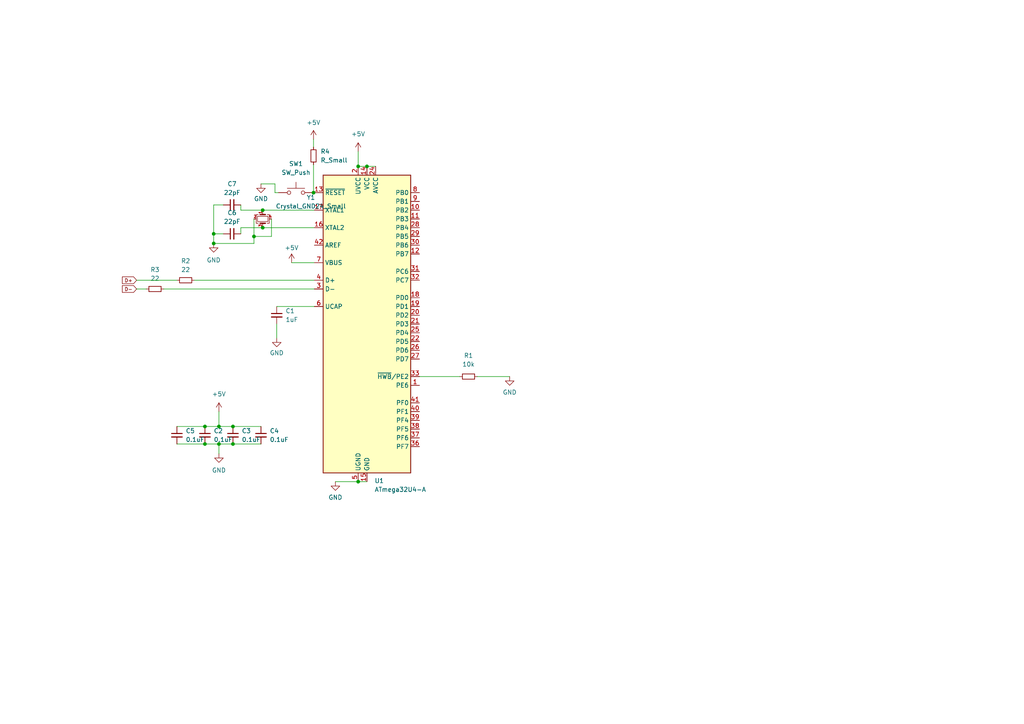
<source format=kicad_sch>
(kicad_sch (version 20230121) (generator eeschema)
  (paper "A4")
  (lib_symbols
    (symbol "Device:C_Small" (pin_numbers hide) (pin_names (offset 0.254) hide)
      (property "Reference" "C" (at 0.254 1.778 0))
      (property "Value" "C_Small" (at 0.254 -2.032 0))
      (symbol "C_Small_0_1"
        (polyline (pts (xy -1.524 -0.508) (xy 1.524 -0.508)) (stroke (width 0.3302)))
        (polyline (pts (xy -1.524 0.508) (xy 1.524 0.508)) (stroke (width 0.3048)))
      )
      (symbol "C_Small_1_1"
        (pin passive line (at 0 2.54 270) (length 2.032) (name "~") (number "1"))
        (pin passive line (at 0 -2.54 90) (length 2.032) (name "~") (number "2"))
      )
    )
    (symbol "Device:Crystal_GND24_Small" (pin_names (offset 1.016) hide)
      (property "Reference" "Y" (at 1.27 4.445 0))
      (property "Value" "Crystal_GND24_Small" (at 1.27 2.54 0))
      (symbol "Crystal_GND24_Small_0_1"
        (rectangle (start -0.762 -1.524) (end 0.762 1.524))
        (polyline (pts (xy -1.27 -0.762) (xy -1.27 0.762)) (stroke (width 0.381)))
        (polyline (pts (xy 1.27 -0.762) (xy 1.27 0.762)) (stroke (width 0.381)))
        (polyline (pts (xy -1.27 -1.27) (xy -1.27 -1.905) (xy 1.27 -1.905) (xy 1.27 -1.27)))
        (polyline (pts (xy -1.27 1.27) (xy -1.27 1.905) (xy 1.27 1.905) (xy 1.27 1.27)))
      )
      (symbol "Crystal_GND24_Small_1_1"
        (pin passive line (at -2.54 0 0) (length 1.27) (name "1") (number "1"))
        (pin passive line (at 0 -2.54 90) (length 0.635) (name "2") (number "2"))
        (pin passive line (at 2.54 0 180) (length 1.27) (name "3") (number "3"))
        (pin passive line (at 0 2.54 270) (length 0.635) (name "4") (number "4"))
      )
    )
    (symbol "Device:R_Small" (pin_numbers hide) (pin_names (offset 0.254) hide)
      (property "Reference" "R" (at 0.762 0.508 0))
      (property "Value" "R_Small" (at 0.762 -1.016 0))
      (symbol "R_Small_0_1"
        (rectangle (start -0.762 1.778) (end 0.762 -1.778) (stroke (width 0.2032)))
      )
      (symbol "R_Small_1_1"
        (pin passive line (at 0 2.54 270) (length 0.762) (name "~") (number "1"))
        (pin passive line (at 0 -2.54 90) (length 0.762) (name "~") (number "2"))
      )
    )
    (symbol "MCU_Microchip_ATmega:ATmega32U4-A"
      (property "Reference" "U" (at -12.7 44.45 0))
      (property "Value" "ATmega32U4-A" (at 2.54 -44.45 0))
      (symbol "ATmega32U4-A_0_1"
        (rectangle (start -12.7 -43.18) (end 12.7 43.18) (stroke (width 0.254)) (fill (type background)))
      )
      (symbol "ATmega32U4-A_1_1"
        (pin bidirectional line (at 15.24 -17.78 180) (length 2.54) (name "PE6") (number "1"))
        (pin bidirectional line (at 15.24 33.02 180) (length 2.54) (name "PB2") (number "10"))
        (pin bidirectional line (at 15.24 30.48 180) (length 2.54) (name "PB3") (number "11"))
        (pin bidirectional line (at 15.24 20.32 180) (length 2.54) (name "PB7") (number "12"))
        (pin input line (at -15.24 38.1 0) (length 2.54) (name "~{RESET}") (number "13"))
        (pin power_in line (at 0 45.72 270) (length 2.54) (name "VCC") (number "14"))
        (pin power_in line (at 0 -45.72 90) (length 2.54) (name "GND") (number "15"))
        (pin output line (at -15.24 27.94 0) (length 2.54) (name "XTAL2") (number "16"))
        (pin input line (at -15.24 33.02 0) (length 2.54) (name "XTAL1") (number "17"))
        (pin bidirectional line (at 15.24 7.62 180) (length 2.54) (name "PD0") (number "18"))
        (pin bidirectional line (at 15.24 5.08 180) (length 2.54) (name "PD1") (number "19"))
        (pin power_in line (at -2.54 45.72 270) (length 2.54) (name "UVCC") (number "2"))
        (pin bidirectional line (at 15.24 2.54 180) (length 2.54) (name "PD2") (number "20"))
        (pin bidirectional line (at 15.24 0 180) (length 2.54) (name "PD3") (number "21"))
        (pin bidirectional line (at 15.24 -5.08 180) (length 2.54) (name "PD5") (number "22"))
        (pin passive line (at 0 -45.72 90) (length 2.54) hide (name "GND") (number "23"))
        (pin power_in line (at 2.54 45.72 270) (length 2.54) (name "AVCC") (number "24"))
        (pin bidirectional line (at 15.24 -2.54 180) (length 2.54) (name "PD4") (number "25"))
        (pin bidirectional line (at 15.24 -7.62 180) (length 2.54) (name "PD6") (number "26"))
        (pin bidirectional line (at 15.24 -10.16 180) (length 2.54) (name "PD7") (number "27"))
        (pin bidirectional line (at 15.24 27.94 180) (length 2.54) (name "PB4") (number "28"))
        (pin bidirectional line (at 15.24 25.4 180) (length 2.54) (name "PB5") (number "29"))
        (pin bidirectional line (at -15.24 10.16 0) (length 2.54) (name "D-") (number "3"))
        (pin bidirectional line (at 15.24 22.86 180) (length 2.54) (name "PB6") (number "30"))
        (pin bidirectional line (at 15.24 15.24 180) (length 2.54) (name "PC6") (number "31"))
        (pin bidirectional line (at 15.24 12.7 180) (length 2.54) (name "PC7") (number "32"))
        (pin bidirectional line (at 15.24 -15.24 180) (length 2.54) (name "~{HWB}/PE2") (number "33"))
        (pin passive line (at 0 45.72 270) (length 2.54) hide (name "VCC") (number "34"))
        (pin passive line (at 0 -45.72 90) (length 2.54) hide (name "GND") (number "35"))
        (pin bidirectional line (at 15.24 -35.56 180) (length 2.54) (name "PF7") (number "36"))
        (pin bidirectional line (at 15.24 -33.02 180) (length 2.54) (name "PF6") (number "37"))
        (pin bidirectional line (at 15.24 -30.48 180) (length 2.54) (name "PF5") (number "38"))
        (pin bidirectional line (at 15.24 -27.94 180) (length 2.54) (name "PF4") (number "39"))
        (pin bidirectional line (at -15.24 12.7 0) (length 2.54) (name "D+") (number "4"))
        (pin bidirectional line (at 15.24 -25.4 180) (length 2.54) (name "PF1") (number "40"))
        (pin bidirectional line (at 15.24 -22.86 180) (length 2.54) (name "PF0") (number "41"))
        (pin passive line (at -15.24 22.86 0) (length 2.54) (name "AREF") (number "42"))
        (pin passive line (at 0 -45.72 90) (length 2.54) hide (name "GND") (number "43"))
        (pin passive line (at 2.54 45.72 270) (length 2.54) hide (name "AVCC") (number "44"))
        (pin passive line (at -2.54 -45.72 90) (length 2.54) (name "UGND") (number "5"))
        (pin passive line (at -15.24 5.08 0) (length 2.54) (name "UCAP") (number "6"))
        (pin input line (at -15.24 17.78 0) (length 2.54) (name "VBUS") (number "7"))
        (pin bidirectional line (at 15.24 38.1 180) (length 2.54) (name "PB0") (number "8"))
        (pin bidirectional line (at 15.24 35.56 180) (length 2.54) (name "PB1") (number "9"))
      )
    )
    (symbol "Switch:SW_Push" (pin_numbers hide) (pin_names (offset 1.016) hide)
      (property "Reference" "SW" (at 1.27 2.54 0))
      (property "Value" "SW_Push" (at 0 -1.524 0))
      (symbol "SW_Push_0_1"
        (circle (center -2.032 0) (radius 0.508))
        (polyline (pts (xy 0 1.27) (xy 0 3.048)))
        (polyline (pts (xy 2.54 1.27) (xy -2.54 1.27)))
        (circle (center 2.032 0) (radius 0.508))
        (pin passive line (at -5.08 0 0) (length 2.54) (name "1") (number "1"))
        (pin passive line (at 5.08 0 180) (length 2.54) (name "2") (number "2"))
      )
    )
    (symbol "power:+5V" (power) (pin_names (offset 0))
      (property "Value" "+5V" (at 0 3.556 0))
      (symbol "+5V_0_1"
        (polyline (pts (xy -0.762 1.27) (xy 0 2.54)))
        (polyline (pts (xy 0 0) (xy 0 2.54)))
        (polyline (pts (xy 0 2.54) (xy 0.762 1.27)))
      )
      (symbol "+5V_1_1"
        (pin power_in line (at 0 0 90) (length 0) hide (name "+5V") (number "1"))
      )
    )
    (symbol "power:GND" (power) (pin_names (offset 0))
      (property "Value" "GND" (at 0 -3.81 0))
      (symbol "GND_0_1"
        (polyline (pts (xy 0 0) (xy 0 -1.27) (xy 1.27 -1.27) (xy 0 -2.54) (xy -1.27 -1.27) (xy 0 -1.27)))
      )
      (symbol "GND_1_1"
        (pin power_in line (at 0 0 270) (length 0) hide (name "GND") (number "1"))
      )
    )
  )
  (junction (at 67.564 128.778))
  (junction (at 90.932 55.88))
  (junction (at 61.976 70.612))
  (junction (at 103.886 48.26))
  (junction (at 61.976 67.818))
  (junction (at 103.886 139.7))
  (junction (at 59.436 128.778))
  (junction (at 106.426 48.26))
  (junction (at 63.5 123.698))
  (junction (at 73.66 68.58))
  (junction (at 76.2 60.96))
  (junction (at 59.436 123.698))
  (junction (at 63.5 128.778))
  (junction (at 67.564 123.698))
  (junction (at 76.2 66.04))
  (wire (pts (xy 73.66 68.58) (xy 73.66 70.612)))
  (wire (pts (xy 80.264 88.9) (xy 91.186 88.9)))
  (wire (pts (xy 78.74 68.58) (xy 73.66 68.58)))
  (wire (pts (xy 138.43 109.22) (xy 147.828 109.22)))
  (wire (pts (xy 106.426 48.26) (xy 108.966 48.26)))
  (wire (pts (xy 76.2 60.96) (xy 91.186 60.96)))
  (wire (pts (xy 59.436 123.698) (xy 63.5 123.698)))
  (wire (pts (xy 73.66 63.5) (xy 73.66 68.58)))
  (wire (pts (xy 51.308 123.698) (xy 59.436 123.698)))
  (wire (pts (xy 63.5 131.572) (xy 63.5 128.778)))
  (wire (pts (xy 78.74 63.5) (xy 78.74 68.58)))
  (wire (pts (xy 67.564 123.698) (xy 75.692 123.698)))
  (wire (pts (xy 64.77 59.436) (xy 61.976 59.436)))
  (wire (pts (xy 103.886 139.7) (xy 106.426 139.7)))
  (wire (pts (xy 84.582 76.2) (xy 91.186 76.2)))
  (wire (pts (xy 76.2 66.04) (xy 69.85 66.04)))
  (wire (pts (xy 121.666 109.22) (xy 133.35 109.22)))
  (wire (pts (xy 56.388 81.28) (xy 91.186 81.28)))
  (wire (pts (xy 39.624 83.82) (xy 42.418 83.82)))
  (wire (pts (xy 73.66 70.612) (xy 61.976 70.612)))
  (wire (pts (xy 97.282 139.7) (xy 103.886 139.7)))
  (wire (pts (xy 63.5 119.38) (xy 63.5 123.698)))
  (wire (pts (xy 61.976 67.818) (xy 64.77 67.818)))
  (wire (pts (xy 75.692 53.34) (xy 79.756 53.34)))
  (wire (pts (xy 90.932 55.88) (xy 91.186 55.88)))
  (wire (pts (xy 103.886 43.942) (xy 103.886 48.26)))
  (wire (pts (xy 59.436 128.778) (xy 63.5 128.778)))
  (wire (pts (xy 61.976 67.818) (xy 61.976 70.612)))
  (wire (pts (xy 79.756 53.34) (xy 79.756 55.88)))
  (wire (pts (xy 103.886 48.26) (xy 106.426 48.26)))
  (wire (pts (xy 67.564 128.778) (xy 75.692 128.778)))
  (wire (pts (xy 51.308 128.778) (xy 59.436 128.778)))
  (wire (pts (xy 47.498 83.82) (xy 91.186 83.82)))
  (wire (pts (xy 76.2 60.96) (xy 69.85 60.96)))
  (wire (pts (xy 90.932 40.386) (xy 90.932 42.672)))
  (wire (pts (xy 76.2 66.04) (xy 91.186 66.04)))
  (wire (pts (xy 90.932 47.752) (xy 90.932 55.88)))
  (wire (pts (xy 69.85 66.04) (xy 69.85 67.818)))
  (wire (pts (xy 39.624 81.28) (xy 51.308 81.28)))
  (wire (pts (xy 80.264 93.98) (xy 80.264 98.044)))
  (wire (pts (xy 61.976 59.436) (xy 61.976 67.818)))
  (wire (pts (xy 63.5 123.698) (xy 67.564 123.698)))
  (wire (pts (xy 79.756 55.88) (xy 80.772 55.88)))
  (wire (pts (xy 69.85 60.96) (xy 69.85 59.436)))
  (wire (pts (xy 63.5 128.778) (xy 67.564 128.778)))
  (global_label "D+" (shape input) (at 39.624 81.28 180) (effects (font (size 1 1))) (property "Intersheetrefs" "${INTERSHEET_REFS}" (effects hide)))
  (global_label "D-" (shape input) (at 39.624 83.82 180) (effects (font (size 1 1))) (property "Intersheetrefs" "${INTERSHEET_REFS}" (effects hide)))
  (symbol (lib_id "power:GND") (at 80.264 98.044 0) (unit 1)
    (property "Reference" "#PWR04" (effects hide))
    (property "Value" "GND" (at 80.264 102.362 0))
  )
  (symbol (lib_id "power:+5V") (at 63.5 119.38 0) (unit 1)
    (property "Reference" "#PWR05" (effects hide))
    (property "Value" "+5V" (at 63.5 114.3 0))
  )
  (symbol (lib_id "Device:C_Small") (at 59.436 126.238 0) (unit 1)
    (property "Reference" "C2" (at 61.976 124.9743 0) (effects (justify left)))
    (property "Value" "0.1uF" (at 61.976 127.5143 0) (effects (justify left)))
  )
  (symbol (lib_id "Device:R_Small") (at 44.958 83.82 90) (unit 1)
    (property "Reference" "R3" (at 44.958 78.232 90))
    (property "Value" "22" (at 44.958 80.772 90))
  )
  (symbol (lib_id "Device:C_Small") (at 67.31 67.818 90) (unit 1)
    (property "Reference" "C6" (at 67.3163 61.722 90))
    (property "Value" "22pF" (at 67.3163 64.262 90))
  )
  (symbol (lib_id "power:GND") (at 75.692 53.34 0) (unit 1)
    (property "Reference" "#PWR09" (effects hide))
    (property "Value" "GND" (at 75.692 57.658 0))
  )
  (symbol (lib_id "Device:C_Small") (at 67.31 59.436 90) (unit 1)
    (property "Reference" "C7" (at 67.3163 53.34 90))
    (property "Value" "22pF" (at 67.3163 55.88 90))
  )
  (symbol (lib_id "power:+5V") (at 103.886 43.942 0) (unit 1)
    (property "Reference" "#PWR01" (effects hide))
    (property "Value" "+5V" (at 103.886 38.862 0))
  )
  (symbol (lib_id "power:GND") (at 147.828 109.22 0) (unit 1)
    (property "Reference" "#PWR03" (effects hide))
    (property "Value" "GND" (at 147.828 113.792 0))
  )
  (symbol (lib_id "power:GND") (at 63.5 131.572 0) (unit 1)
    (property "Reference" "#PWR06" (effects hide))
    (property "Value" "GND" (at 63.5 136.398 0))
  )
  (symbol (lib_id "Device:R_Small") (at 135.89 109.22 90) (unit 1)
    (property "Reference" "R1" (at 135.89 103.124 90))
    (property "Value" "10k" (at 135.89 105.664 90))
  )
  (symbol (lib_id "Device:C_Small") (at 51.308 126.238 0) (unit 1)
    (property "Reference" "C5" (at 53.848 124.9743 0) (effects (justify left)))
    (property "Value" "0.1uF" (at 53.848 127.5143 0) (effects (justify left)))
  )
  (symbol (lib_id "Device:C_Small") (at 67.564 126.238 0) (unit 1)
    (property "Reference" "C3" (at 70.104 124.9743 0) (effects (justify left)))
    (property "Value" "0.1uF" (at 70.104 127.5143 0) (effects (justify left)))
  )
  (symbol (lib_id "power:GND") (at 61.976 70.612 0) (unit 1)
    (property "Reference" "#PWR08" (effects hide))
    (property "Value" "GND" (at 61.976 75.438 0))
  )
  (symbol (lib_id "Device:C_Small") (at 80.264 91.44 0) (unit 1)
    (property "Reference" "C1" (at 82.804 90.1763 0) (effects (justify left)))
    (property "Value" "1uF" (at 82.804 92.7163 0) (effects (justify left)))
  )
  (symbol (lib_id "Device:C_Small") (at 75.692 126.238 0) (unit 1)
    (property "Reference" "C4" (at 78.232 124.9743 0) (effects (justify left)))
    (property "Value" "0.1uF" (at 78.232 127.5143 0) (effects (justify left)))
  )
  (symbol (lib_id "Device:Crystal_GND24_Small") (at 76.2 63.5 270) (unit 1)
    (property "Reference" "Y1" (at 90.17 57.2703 90))
    (property "Value" "Crystal_GND24_Small" (at 90.17 59.8103 90))
  )
  (symbol (lib_id "power:GND") (at 97.282 139.7 0) (unit 1)
    (property "Reference" "#PWR02" (effects hide))
    (property "Value" "GND" (at 97.282 144.272 0))
  )
  (symbol (lib_id "Device:R_Small") (at 90.932 45.212 0) (unit 1)
    (property "Reference" "R4" (at 92.964 43.942 0) (effects (justify left)))
    (property "Value" "R_Small" (at 92.964 46.482 0) (effects (justify left)))
  )
  (symbol (lib_id "MCU_Microchip_ATmega:ATmega32U4-A") (at 106.426 93.98 0) (unit 1)
    (property "Reference" "U1" (at 108.6201 139.446 0) (effects (justify left)))
    (property "Value" "ATmega32U4-A" (at 108.6201 141.986 0) (effects (justify left)))
    (property "Footprint" "Package_QFP:TQFP-44_10x10mm_P0.8mm" (effects hide))
    (property "Datasheet" "http://ww1.microchip.com/downloads/en/DeviceDoc/Atmel-7766-8-bit-AVR-ATmega16U4-32U4_Datasheet.pdf" (effects hide))
  )
  (symbol (lib_id "power:+5V") (at 90.932 40.386 0) (unit 1)
    (property "Reference" "#PWR010" (effects hide))
    (property "Value" "+5V" (at 90.932 35.56 0))
  )
  (symbol (lib_id "Switch:SW_Push") (at 85.852 55.88 0) (unit 1)
    (property "Reference" "SW1" (at 85.852 47.498 0))
    (property "Value" "SW_Push" (at 85.852 50.038 0))
  )
  (symbol (lib_id "power:+5V") (at 84.582 76.2 0) (unit 1)
    (property "Reference" "#PWR07" (effects hide))
    (property "Value" "+5V" (at 84.582 71.882 0))
  )
  (symbol (lib_id "Device:R_Small") (at 53.848 81.28 90) (unit 1)
    (property "Reference" "R2" (at 53.848 75.692 90))
    (property "Value" "22" (at 53.848 78.232 90))
  )
)
</source>
